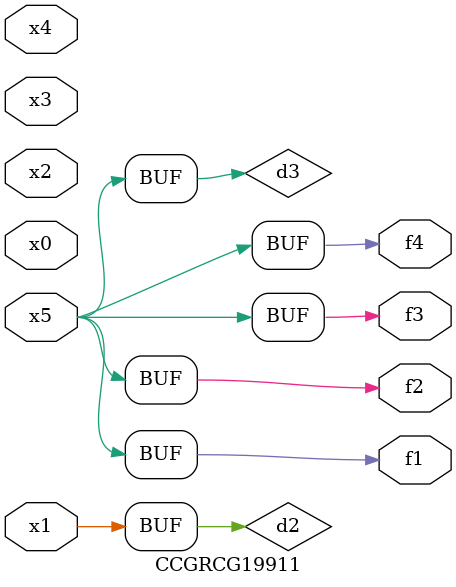
<source format=v>
module CCGRCG19911(
	input x0, x1, x2, x3, x4, x5,
	output f1, f2, f3, f4
);

	wire d1, d2, d3;

	not (d1, x5);
	or (d2, x1);
	xnor (d3, d1);
	assign f1 = d3;
	assign f2 = d3;
	assign f3 = d3;
	assign f4 = d3;
endmodule

</source>
